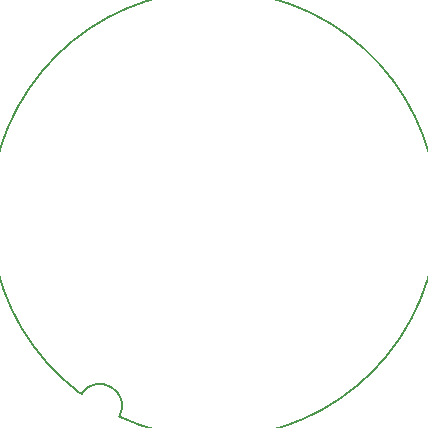
<source format=gbr>
G04 #@! TF.GenerationSoftware,KiCad,Pcbnew,5.0.2+dfsg1-1~bpo9+1*
G04 #@! TF.CreationDate,2019-05-22T13:48:08+02:00*
G04 #@! TF.ProjectId,MainDisk,4d61696e-4469-4736-9b2e-6b696361645f,rev?*
G04 #@! TF.SameCoordinates,Original*
G04 #@! TF.FileFunction,Profile,NP*
%FSLAX46Y46*%
G04 Gerber Fmt 4.6, Leading zero omitted, Abs format (unit mm)*
G04 Created by KiCad (PCBNEW 5.0.2+dfsg1-1~bpo9+1) date Wed 22 May 2019 13:48:08 CEST*
%MOMM*%
%LPD*%
G01*
G04 APERTURE LIST*
%ADD10C,0.200000*%
G04 APERTURE END LIST*
D10*
X140931900Y-84899500D02*
X141198600Y-85051900D01*
X140932504Y-84898707D02*
G75*
G02X144399000Y-86995000I11467496J15048707D01*
G01*
X141197639Y-85051246D02*
G75*
G02X144399000Y-86995000I1550361J-1054754D01*
G01*
M02*

</source>
